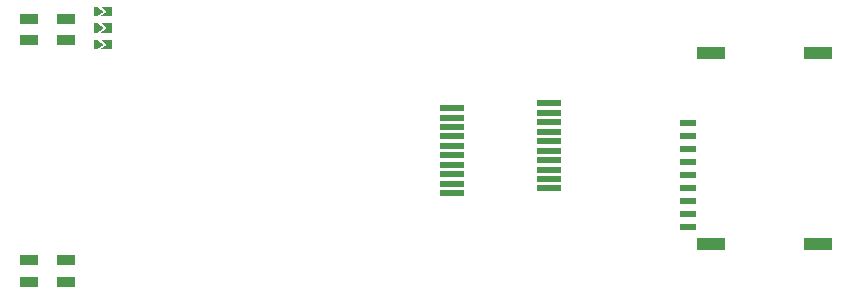
<source format=gtp>
G04*
G04 #@! TF.GenerationSoftware,Altium Limited,Altium Designer,22.8.2 (66)*
G04*
G04 Layer_Color=8421504*
%FSLAX44Y44*%
%MOMM*%
G71*
G04*
G04 #@! TF.SameCoordinates,69D5640E-4D3D-4872-97FD-B36DD4CC5FE0*
G04*
G04*
G04 #@! TF.FilePolarity,Positive*
G04*
G01*
G75*
%ADD14R,2.0000X0.5000*%
%ADD15R,2.4000X1.1200*%
%ADD16R,1.4000X0.6200*%
%ADD17R,1.5000X0.9000*%
G36*
X770318Y990346D02*
X760222D01*
X766318Y994410D01*
X760730Y998474D01*
X770318D01*
Y990346D01*
D02*
G37*
G36*
X763524Y994410D02*
X757428Y990346D01*
X755396D01*
Y998474D01*
X757936D01*
X763524Y994410D01*
D02*
G37*
G36*
X770318Y976376D02*
X760222D01*
X766318Y980440D01*
X760730Y984504D01*
X770318D01*
Y976376D01*
D02*
G37*
G36*
X763524Y980440D02*
X757428Y976376D01*
X755396D01*
Y984504D01*
X757936D01*
X763524Y980440D01*
D02*
G37*
G36*
X770318Y962406D02*
X760222D01*
X766318Y966470D01*
X760730Y970534D01*
X770318D01*
Y962406D01*
D02*
G37*
G36*
X763524Y966470D02*
X757428Y962406D01*
X755396D01*
Y970534D01*
X757936D01*
X763524Y966470D01*
D02*
G37*
D14*
X1140580Y916740D02*
D03*
Y908740D02*
D03*
Y900740D02*
D03*
Y892740D02*
D03*
Y884740D02*
D03*
X1058580Y840740D02*
D03*
Y848740D02*
D03*
Y856740D02*
D03*
Y864740D02*
D03*
Y872740D02*
D03*
Y880740D02*
D03*
Y888740D02*
D03*
Y896740D02*
D03*
Y904740D02*
D03*
X1140580Y876740D02*
D03*
Y868740D02*
D03*
Y860740D02*
D03*
Y852740D02*
D03*
Y844740D02*
D03*
X1058580Y912740D02*
D03*
D15*
X1367790Y959490D02*
D03*
X1277790D02*
D03*
X1367790Y797990D02*
D03*
X1277790D02*
D03*
D16*
X1257790Y866790D02*
D03*
Y811790D02*
D03*
Y833790D02*
D03*
Y844790D02*
D03*
Y855790D02*
D03*
Y877790D02*
D03*
Y888790D02*
D03*
Y822790D02*
D03*
Y899790D02*
D03*
D17*
X700182Y988610D02*
D03*
X731182Y970610D02*
D03*
Y988610D02*
D03*
X700182Y970610D02*
D03*
X731182Y783810D02*
D03*
Y765810D02*
D03*
X700182Y783810D02*
D03*
Y765810D02*
D03*
M02*

</source>
